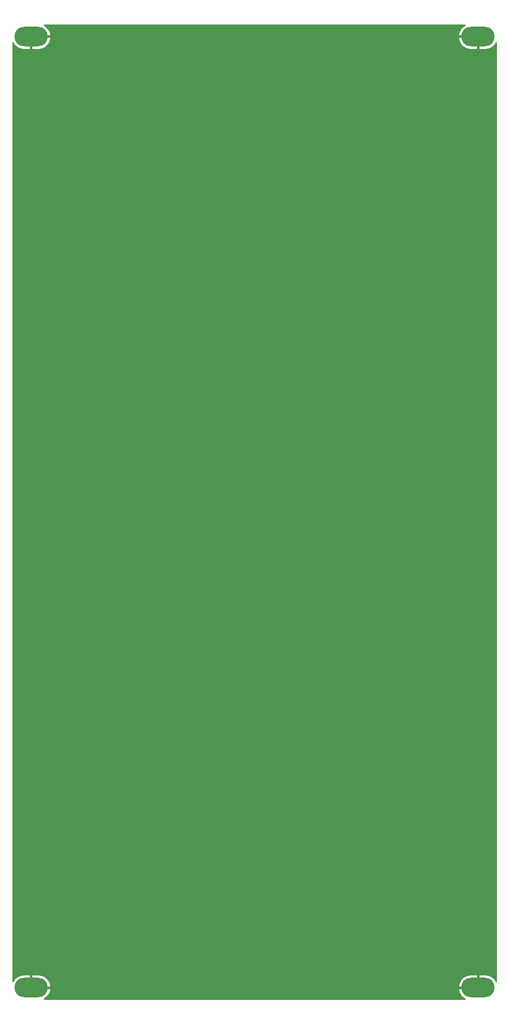
<source format=gbr>
%TF.GenerationSoftware,KiCad,Pcbnew,5.1.10-88a1d61d58~90~ubuntu21.04.1*%
%TF.CreationDate,2021-10-21T11:32:03+02:00*%
%TF.ProjectId,panel-blank-10cm,70616e65-6c2d-4626-9c61-6e6b2d313063,rev?*%
%TF.SameCoordinates,Original*%
%TF.FileFunction,Copper,L1,Top*%
%TF.FilePolarity,Positive*%
%FSLAX46Y46*%
G04 Gerber Fmt 4.6, Leading zero omitted, Abs format (unit mm)*
G04 Created by KiCad (PCBNEW 5.1.10-88a1d61d58~90~ubuntu21.04.1) date 2021-10-21 11:32:03*
%MOMM*%
%LPD*%
G01*
G04 APERTURE LIST*
%TA.AperFunction,ComponentPad*%
%ADD10O,6.800000X4.000000*%
%TD*%
%TA.AperFunction,Conductor*%
%ADD11C,0.254000*%
%TD*%
%TA.AperFunction,Conductor*%
%ADD12C,0.100000*%
%TD*%
G04 APERTURE END LIST*
D10*
%TO.P,REF\u002A\u002A,1*%
%TO.N,GND*%
X135600000Y-247000000D03*
X135600000Y-53000000D03*
%TD*%
%TO.P,REF\u002A\u002A,1*%
%TO.N,GND*%
X44400000Y-53000000D03*
X44400000Y-247000000D03*
%TD*%
D11*
%TO.N,GND*%
X132630475Y-50879635D02*
X132246970Y-51226576D01*
X131938519Y-51641669D01*
X131716975Y-52108962D01*
X131620333Y-52462838D01*
X131727009Y-52873000D01*
X135473000Y-52873000D01*
X135473000Y-52853000D01*
X135727000Y-52853000D01*
X135727000Y-52873000D01*
X135747000Y-52873000D01*
X135747000Y-53127000D01*
X135727000Y-53127000D01*
X135727000Y-55635000D01*
X137127000Y-55635000D01*
X137638623Y-55559593D01*
X138125704Y-55385822D01*
X138569525Y-55120365D01*
X138953030Y-54773424D01*
X139261481Y-54358331D01*
X139340000Y-54192714D01*
X139340001Y-245807288D01*
X139261481Y-245641669D01*
X138953030Y-245226576D01*
X138569525Y-244879635D01*
X138125704Y-244614178D01*
X137638623Y-244440407D01*
X137127000Y-244365000D01*
X135727000Y-244365000D01*
X135727000Y-246873000D01*
X135747000Y-246873000D01*
X135747000Y-247127000D01*
X135727000Y-247127000D01*
X135727000Y-247147000D01*
X135473000Y-247147000D01*
X135473000Y-247127000D01*
X131727009Y-247127000D01*
X131620333Y-247537162D01*
X131716975Y-247891038D01*
X131938519Y-248358331D01*
X132246970Y-248773424D01*
X132630475Y-249120365D01*
X132997686Y-249340000D01*
X47002314Y-249340000D01*
X47369525Y-249120365D01*
X47753030Y-248773424D01*
X48061481Y-248358331D01*
X48283025Y-247891038D01*
X48379667Y-247537162D01*
X48272991Y-247127000D01*
X44527000Y-247127000D01*
X44527000Y-247147000D01*
X44273000Y-247147000D01*
X44273000Y-247127000D01*
X44253000Y-247127000D01*
X44253000Y-246873000D01*
X44273000Y-246873000D01*
X44273000Y-244365000D01*
X44527000Y-244365000D01*
X44527000Y-246873000D01*
X48272991Y-246873000D01*
X48379667Y-246462838D01*
X131620333Y-246462838D01*
X131727009Y-246873000D01*
X135473000Y-246873000D01*
X135473000Y-244365000D01*
X134073000Y-244365000D01*
X133561377Y-244440407D01*
X133074296Y-244614178D01*
X132630475Y-244879635D01*
X132246970Y-245226576D01*
X131938519Y-245641669D01*
X131716975Y-246108962D01*
X131620333Y-246462838D01*
X48379667Y-246462838D01*
X48283025Y-246108962D01*
X48061481Y-245641669D01*
X47753030Y-245226576D01*
X47369525Y-244879635D01*
X46925704Y-244614178D01*
X46438623Y-244440407D01*
X45927000Y-244365000D01*
X44527000Y-244365000D01*
X44273000Y-244365000D01*
X42873000Y-244365000D01*
X42361377Y-244440407D01*
X41874296Y-244614178D01*
X41430475Y-244879635D01*
X41046970Y-245226576D01*
X40738519Y-245641669D01*
X40660000Y-245807286D01*
X40660000Y-54192714D01*
X40738519Y-54358331D01*
X41046970Y-54773424D01*
X41430475Y-55120365D01*
X41874296Y-55385822D01*
X42361377Y-55559593D01*
X42873000Y-55635000D01*
X44273000Y-55635000D01*
X44273000Y-53127000D01*
X44527000Y-53127000D01*
X44527000Y-55635000D01*
X45927000Y-55635000D01*
X46438623Y-55559593D01*
X46925704Y-55385822D01*
X47369525Y-55120365D01*
X47753030Y-54773424D01*
X48061481Y-54358331D01*
X48283025Y-53891038D01*
X48379667Y-53537162D01*
X131620333Y-53537162D01*
X131716975Y-53891038D01*
X131938519Y-54358331D01*
X132246970Y-54773424D01*
X132630475Y-55120365D01*
X133074296Y-55385822D01*
X133561377Y-55559593D01*
X134073000Y-55635000D01*
X135473000Y-55635000D01*
X135473000Y-53127000D01*
X131727009Y-53127000D01*
X131620333Y-53537162D01*
X48379667Y-53537162D01*
X48272991Y-53127000D01*
X44527000Y-53127000D01*
X44273000Y-53127000D01*
X44253000Y-53127000D01*
X44253000Y-52873000D01*
X44273000Y-52873000D01*
X44273000Y-52853000D01*
X44527000Y-52853000D01*
X44527000Y-52873000D01*
X48272991Y-52873000D01*
X48379667Y-52462838D01*
X48283025Y-52108962D01*
X48061481Y-51641669D01*
X47753030Y-51226576D01*
X47369525Y-50879635D01*
X47002314Y-50660000D01*
X132997686Y-50660000D01*
X132630475Y-50879635D01*
%TA.AperFunction,Conductor*%
D12*
G36*
X132630475Y-50879635D02*
G01*
X132246970Y-51226576D01*
X131938519Y-51641669D01*
X131716975Y-52108962D01*
X131620333Y-52462838D01*
X131727009Y-52873000D01*
X135473000Y-52873000D01*
X135473000Y-52853000D01*
X135727000Y-52853000D01*
X135727000Y-52873000D01*
X135747000Y-52873000D01*
X135747000Y-53127000D01*
X135727000Y-53127000D01*
X135727000Y-55635000D01*
X137127000Y-55635000D01*
X137638623Y-55559593D01*
X138125704Y-55385822D01*
X138569525Y-55120365D01*
X138953030Y-54773424D01*
X139261481Y-54358331D01*
X139340000Y-54192714D01*
X139340001Y-245807288D01*
X139261481Y-245641669D01*
X138953030Y-245226576D01*
X138569525Y-244879635D01*
X138125704Y-244614178D01*
X137638623Y-244440407D01*
X137127000Y-244365000D01*
X135727000Y-244365000D01*
X135727000Y-246873000D01*
X135747000Y-246873000D01*
X135747000Y-247127000D01*
X135727000Y-247127000D01*
X135727000Y-247147000D01*
X135473000Y-247147000D01*
X135473000Y-247127000D01*
X131727009Y-247127000D01*
X131620333Y-247537162D01*
X131716975Y-247891038D01*
X131938519Y-248358331D01*
X132246970Y-248773424D01*
X132630475Y-249120365D01*
X132997686Y-249340000D01*
X47002314Y-249340000D01*
X47369525Y-249120365D01*
X47753030Y-248773424D01*
X48061481Y-248358331D01*
X48283025Y-247891038D01*
X48379667Y-247537162D01*
X48272991Y-247127000D01*
X44527000Y-247127000D01*
X44527000Y-247147000D01*
X44273000Y-247147000D01*
X44273000Y-247127000D01*
X44253000Y-247127000D01*
X44253000Y-246873000D01*
X44273000Y-246873000D01*
X44273000Y-244365000D01*
X44527000Y-244365000D01*
X44527000Y-246873000D01*
X48272991Y-246873000D01*
X48379667Y-246462838D01*
X131620333Y-246462838D01*
X131727009Y-246873000D01*
X135473000Y-246873000D01*
X135473000Y-244365000D01*
X134073000Y-244365000D01*
X133561377Y-244440407D01*
X133074296Y-244614178D01*
X132630475Y-244879635D01*
X132246970Y-245226576D01*
X131938519Y-245641669D01*
X131716975Y-246108962D01*
X131620333Y-246462838D01*
X48379667Y-246462838D01*
X48283025Y-246108962D01*
X48061481Y-245641669D01*
X47753030Y-245226576D01*
X47369525Y-244879635D01*
X46925704Y-244614178D01*
X46438623Y-244440407D01*
X45927000Y-244365000D01*
X44527000Y-244365000D01*
X44273000Y-244365000D01*
X42873000Y-244365000D01*
X42361377Y-244440407D01*
X41874296Y-244614178D01*
X41430475Y-244879635D01*
X41046970Y-245226576D01*
X40738519Y-245641669D01*
X40660000Y-245807286D01*
X40660000Y-54192714D01*
X40738519Y-54358331D01*
X41046970Y-54773424D01*
X41430475Y-55120365D01*
X41874296Y-55385822D01*
X42361377Y-55559593D01*
X42873000Y-55635000D01*
X44273000Y-55635000D01*
X44273000Y-53127000D01*
X44527000Y-53127000D01*
X44527000Y-55635000D01*
X45927000Y-55635000D01*
X46438623Y-55559593D01*
X46925704Y-55385822D01*
X47369525Y-55120365D01*
X47753030Y-54773424D01*
X48061481Y-54358331D01*
X48283025Y-53891038D01*
X48379667Y-53537162D01*
X131620333Y-53537162D01*
X131716975Y-53891038D01*
X131938519Y-54358331D01*
X132246970Y-54773424D01*
X132630475Y-55120365D01*
X133074296Y-55385822D01*
X133561377Y-55559593D01*
X134073000Y-55635000D01*
X135473000Y-55635000D01*
X135473000Y-53127000D01*
X131727009Y-53127000D01*
X131620333Y-53537162D01*
X48379667Y-53537162D01*
X48272991Y-53127000D01*
X44527000Y-53127000D01*
X44273000Y-53127000D01*
X44253000Y-53127000D01*
X44253000Y-52873000D01*
X44273000Y-52873000D01*
X44273000Y-52853000D01*
X44527000Y-52853000D01*
X44527000Y-52873000D01*
X48272991Y-52873000D01*
X48379667Y-52462838D01*
X48283025Y-52108962D01*
X48061481Y-51641669D01*
X47753030Y-51226576D01*
X47369525Y-50879635D01*
X47002314Y-50660000D01*
X132997686Y-50660000D01*
X132630475Y-50879635D01*
G37*
%TD.AperFunction*%
%TD*%
M02*

</source>
